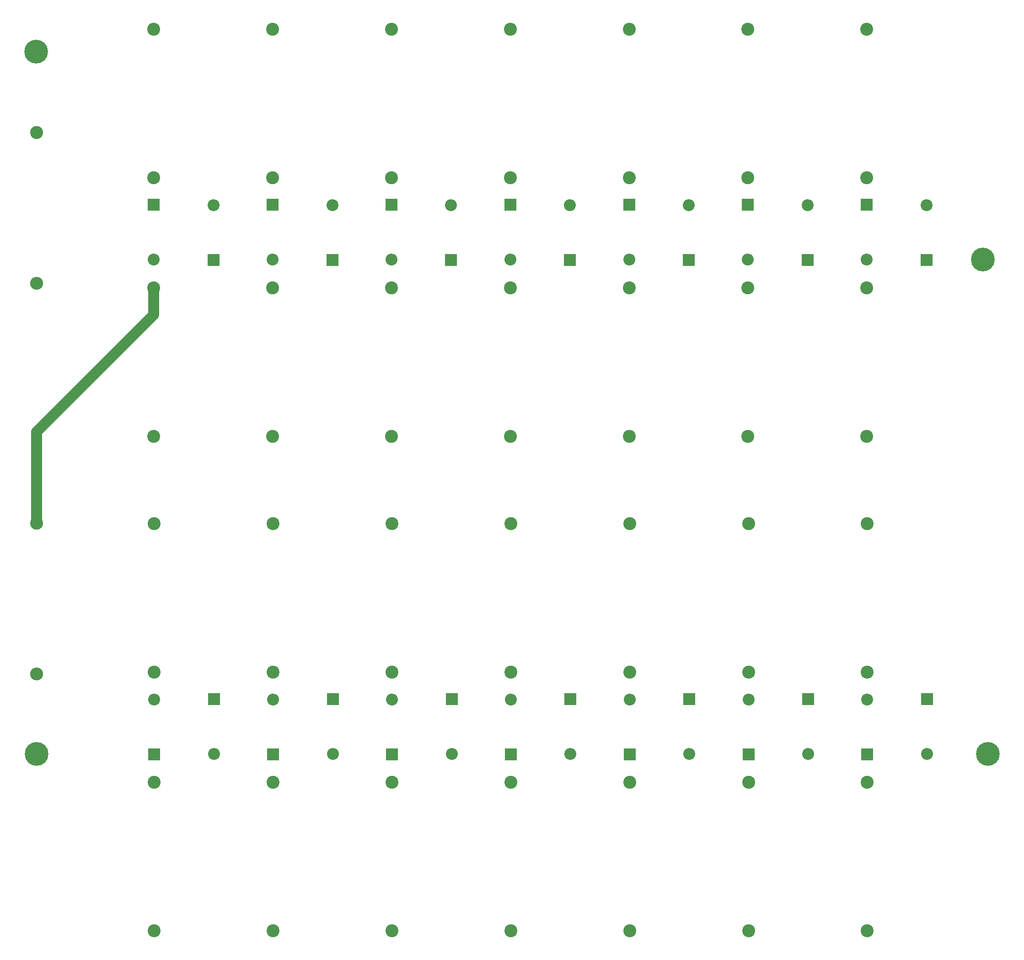
<source format=gbr>
G04 #@! TF.FileFunction,Copper,L1,Top,Signal*
%FSLAX46Y46*%
G04 Gerber Fmt 4.6, Leading zero omitted, Abs format (unit mm)*
G04 Created by KiCad (PCBNEW 4.0.7) date 11/17/24 14:44:43*
%MOMM*%
%LPD*%
G01*
G04 APERTURE LIST*
%ADD10C,0.100000*%
%ADD11C,4.400000*%
%ADD12C,2.400000*%
%ADD13O,2.400000X2.400000*%
%ADD14R,2.200000X2.200000*%
%ADD15O,2.200000X2.200000*%
%ADD16C,2.000000*%
G04 APERTURE END LIST*
D10*
D11*
X195000000Y-59500000D03*
D12*
X19790000Y-108350000D03*
D13*
X19790000Y-136290000D03*
D14*
X41590000Y-151150000D03*
D15*
X41590000Y-140990000D03*
D12*
X41590000Y-156350000D03*
X41590000Y-183850000D03*
X41590000Y-108450000D03*
X41590000Y-135950000D03*
X63590000Y-156350000D03*
X63590000Y-183850000D03*
X85590000Y-156350000D03*
X85590000Y-183850000D03*
X107590000Y-156350000D03*
X107590000Y-183850000D03*
X129590000Y-156350000D03*
X129590000Y-183850000D03*
X151590000Y-156350000D03*
X151590000Y-183850000D03*
X173590000Y-156350000D03*
X173590000Y-183850000D03*
D14*
X63590000Y-151150000D03*
D15*
X63590000Y-140990000D03*
D14*
X85590000Y-151150000D03*
D15*
X85590000Y-140990000D03*
D14*
X107590000Y-151150000D03*
D15*
X107590000Y-140990000D03*
D14*
X129590000Y-151150000D03*
D15*
X129590000Y-140990000D03*
D14*
X151590000Y-151150000D03*
D15*
X151590000Y-140990000D03*
D14*
X173590000Y-151150000D03*
D15*
X173590000Y-140990000D03*
D12*
X63590000Y-108450000D03*
X63590000Y-135950000D03*
X85590000Y-108450000D03*
X85590000Y-135950000D03*
X107590000Y-108450000D03*
X107590000Y-135950000D03*
X129590000Y-108450000D03*
X129590000Y-135950000D03*
X151590000Y-108450000D03*
X151590000Y-135950000D03*
X173590000Y-108450000D03*
X173590000Y-135950000D03*
D14*
X52640000Y-140900000D03*
D15*
X52640000Y-151060000D03*
D14*
X74640000Y-140900000D03*
D15*
X74640000Y-151060000D03*
D14*
X96640000Y-140900000D03*
D15*
X96640000Y-151060000D03*
D14*
X118640000Y-140900000D03*
D15*
X118640000Y-151060000D03*
D14*
X140640000Y-140900000D03*
D15*
X140640000Y-151060000D03*
D14*
X162640000Y-140900000D03*
D15*
X162640000Y-151060000D03*
D14*
X184640000Y-140900000D03*
D15*
X184640000Y-151060000D03*
D14*
X184540000Y-59600000D03*
D15*
X184540000Y-49440000D03*
D14*
X162540000Y-59600000D03*
D15*
X162540000Y-49440000D03*
D14*
X140540000Y-59600000D03*
D15*
X140540000Y-49440000D03*
D14*
X118540000Y-59600000D03*
D15*
X118540000Y-49440000D03*
D14*
X96540000Y-59600000D03*
D15*
X96540000Y-49440000D03*
D14*
X74540000Y-59600000D03*
D15*
X74540000Y-49440000D03*
D14*
X52540000Y-59600000D03*
D15*
X52540000Y-49440000D03*
D12*
X173490000Y-92250000D03*
X173490000Y-64750000D03*
X151490000Y-92250000D03*
X151490000Y-64750000D03*
X129490000Y-92250000D03*
X129490000Y-64750000D03*
X107490000Y-92250000D03*
X107490000Y-64750000D03*
X85490000Y-92250000D03*
X85490000Y-64750000D03*
X63490000Y-92250000D03*
X63490000Y-64750000D03*
D14*
X173490000Y-49350000D03*
D15*
X173490000Y-59510000D03*
D14*
X151490000Y-49350000D03*
D15*
X151490000Y-59510000D03*
D14*
X129490000Y-49350000D03*
D15*
X129490000Y-59510000D03*
D14*
X107490000Y-49350000D03*
D15*
X107490000Y-59510000D03*
D14*
X85490000Y-49350000D03*
D15*
X85490000Y-59510000D03*
D14*
X63490000Y-49350000D03*
D15*
X63490000Y-59510000D03*
D12*
X173490000Y-44350000D03*
X173490000Y-16850000D03*
X151490000Y-44350000D03*
X151490000Y-16850000D03*
X129490000Y-44350000D03*
X129490000Y-16850000D03*
X107490000Y-44350000D03*
X107490000Y-16850000D03*
X85490000Y-44350000D03*
X85490000Y-16850000D03*
X63490000Y-44350000D03*
X63490000Y-16850000D03*
X41490000Y-92250000D03*
X41490000Y-64750000D03*
X41490000Y-44350000D03*
X41490000Y-16850000D03*
D14*
X41490000Y-49350000D03*
D15*
X41490000Y-59510000D03*
D12*
X19754466Y-35946855D03*
D13*
X19754466Y-63886855D03*
D11*
X195860000Y-151090000D03*
X19734466Y-20996854D03*
X19790000Y-151120000D03*
D16*
X41490000Y-64750000D02*
X41490000Y-69720000D01*
X19790000Y-91420000D02*
X19790000Y-108350000D01*
X41490000Y-69720000D02*
X19790000Y-91420000D01*
M02*

</source>
